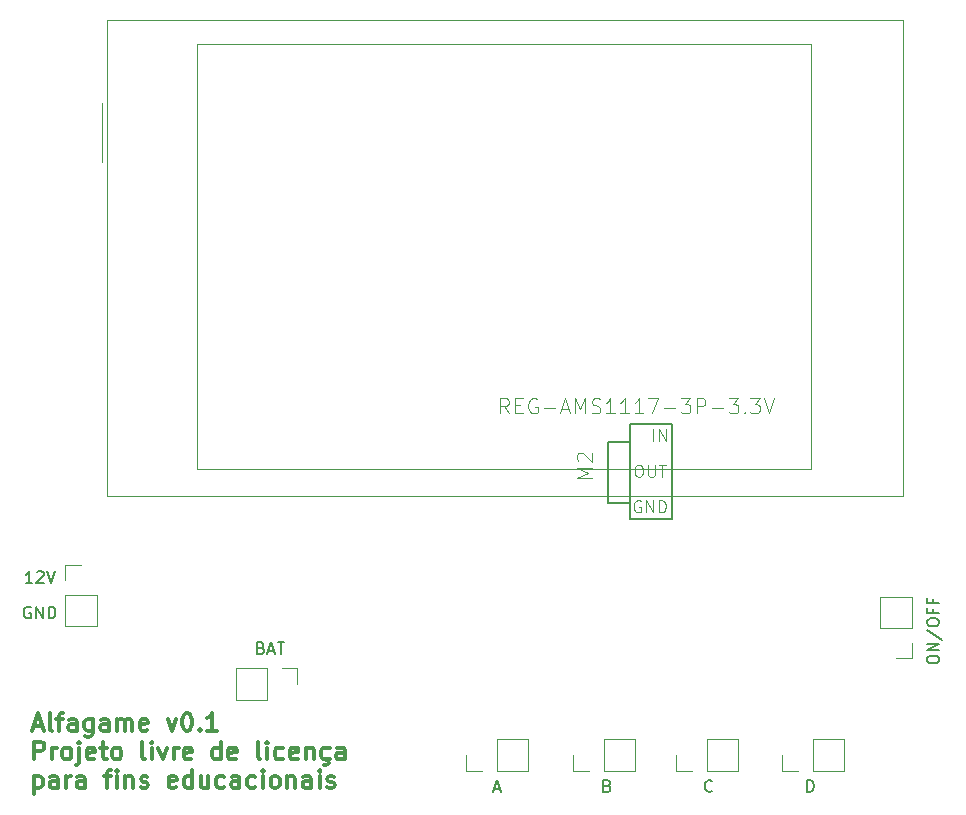
<source format=gbr>
%TF.GenerationSoftware,KiCad,Pcbnew,9.0.0*%
%TF.CreationDate,2025-04-01T19:23:25-03:00*%
%TF.ProjectId,ALFAGAME-v1,414c4641-4741-44d4-952d-76312e6b6963,rev?*%
%TF.SameCoordinates,Original*%
%TF.FileFunction,Legend,Top*%
%TF.FilePolarity,Positive*%
%FSLAX46Y46*%
G04 Gerber Fmt 4.6, Leading zero omitted, Abs format (unit mm)*
G04 Created by KiCad (PCBNEW 9.0.0) date 2025-04-01 19:23:25*
%MOMM*%
%LPD*%
G01*
G04 APERTURE LIST*
%ADD10C,0.150000*%
%ADD11C,0.300000*%
%ADD12C,0.101600*%
%ADD13C,0.076200*%
%ADD14C,0.120000*%
%ADD15C,0.127000*%
G04 APERTURE END LIST*
D10*
X165761904Y-82931009D02*
X165904761Y-82978628D01*
X165904761Y-82978628D02*
X165952380Y-83026247D01*
X165952380Y-83026247D02*
X165999999Y-83121485D01*
X165999999Y-83121485D02*
X165999999Y-83264342D01*
X165999999Y-83264342D02*
X165952380Y-83359580D01*
X165952380Y-83359580D02*
X165904761Y-83407200D01*
X165904761Y-83407200D02*
X165809523Y-83454819D01*
X165809523Y-83454819D02*
X165428571Y-83454819D01*
X165428571Y-83454819D02*
X165428571Y-82454819D01*
X165428571Y-82454819D02*
X165761904Y-82454819D01*
X165761904Y-82454819D02*
X165857142Y-82502438D01*
X165857142Y-82502438D02*
X165904761Y-82550057D01*
X165904761Y-82550057D02*
X165952380Y-82645295D01*
X165952380Y-82645295D02*
X165952380Y-82740533D01*
X165952380Y-82740533D02*
X165904761Y-82835771D01*
X165904761Y-82835771D02*
X165857142Y-82883390D01*
X165857142Y-82883390D02*
X165761904Y-82931009D01*
X165761904Y-82931009D02*
X165428571Y-82931009D01*
X166380952Y-83169104D02*
X166857142Y-83169104D01*
X166285714Y-83454819D02*
X166619047Y-82454819D01*
X166619047Y-82454819D02*
X166952380Y-83454819D01*
X167142857Y-82454819D02*
X167714285Y-82454819D01*
X167428571Y-83454819D02*
X167428571Y-82454819D01*
X222149847Y-84023809D02*
X222149847Y-83833333D01*
X222149847Y-83833333D02*
X222197466Y-83738095D01*
X222197466Y-83738095D02*
X222292704Y-83642857D01*
X222292704Y-83642857D02*
X222483180Y-83595238D01*
X222483180Y-83595238D02*
X222816513Y-83595238D01*
X222816513Y-83595238D02*
X223006989Y-83642857D01*
X223006989Y-83642857D02*
X223102228Y-83738095D01*
X223102228Y-83738095D02*
X223149847Y-83833333D01*
X223149847Y-83833333D02*
X223149847Y-84023809D01*
X223149847Y-84023809D02*
X223102228Y-84119047D01*
X223102228Y-84119047D02*
X223006989Y-84214285D01*
X223006989Y-84214285D02*
X222816513Y-84261904D01*
X222816513Y-84261904D02*
X222483180Y-84261904D01*
X222483180Y-84261904D02*
X222292704Y-84214285D01*
X222292704Y-84214285D02*
X222197466Y-84119047D01*
X222197466Y-84119047D02*
X222149847Y-84023809D01*
X223149847Y-83166666D02*
X222149847Y-83166666D01*
X222149847Y-83166666D02*
X223149847Y-82595238D01*
X223149847Y-82595238D02*
X222149847Y-82595238D01*
X222102228Y-81404762D02*
X223387942Y-82261904D01*
X222149847Y-80880952D02*
X222149847Y-80690476D01*
X222149847Y-80690476D02*
X222197466Y-80595238D01*
X222197466Y-80595238D02*
X222292704Y-80500000D01*
X222292704Y-80500000D02*
X222483180Y-80452381D01*
X222483180Y-80452381D02*
X222816513Y-80452381D01*
X222816513Y-80452381D02*
X223006989Y-80500000D01*
X223006989Y-80500000D02*
X223102228Y-80595238D01*
X223102228Y-80595238D02*
X223149847Y-80690476D01*
X223149847Y-80690476D02*
X223149847Y-80880952D01*
X223149847Y-80880952D02*
X223102228Y-80976190D01*
X223102228Y-80976190D02*
X223006989Y-81071428D01*
X223006989Y-81071428D02*
X222816513Y-81119047D01*
X222816513Y-81119047D02*
X222483180Y-81119047D01*
X222483180Y-81119047D02*
X222292704Y-81071428D01*
X222292704Y-81071428D02*
X222197466Y-80976190D01*
X222197466Y-80976190D02*
X222149847Y-80880952D01*
X222626037Y-79690476D02*
X222626037Y-80023809D01*
X223149847Y-80023809D02*
X222149847Y-80023809D01*
X222149847Y-80023809D02*
X222149847Y-79547619D01*
X222626037Y-78833333D02*
X222626037Y-79166666D01*
X223149847Y-79166666D02*
X222149847Y-79166666D01*
X222149847Y-79166666D02*
X222149847Y-78690476D01*
X146380952Y-77454819D02*
X145809524Y-77454819D01*
X146095238Y-77454819D02*
X146095238Y-76454819D01*
X146095238Y-76454819D02*
X146000000Y-76597676D01*
X146000000Y-76597676D02*
X145904762Y-76692914D01*
X145904762Y-76692914D02*
X145809524Y-76740533D01*
X146761905Y-76550057D02*
X146809524Y-76502438D01*
X146809524Y-76502438D02*
X146904762Y-76454819D01*
X146904762Y-76454819D02*
X147142857Y-76454819D01*
X147142857Y-76454819D02*
X147238095Y-76502438D01*
X147238095Y-76502438D02*
X147285714Y-76550057D01*
X147285714Y-76550057D02*
X147333333Y-76645295D01*
X147333333Y-76645295D02*
X147333333Y-76740533D01*
X147333333Y-76740533D02*
X147285714Y-76883390D01*
X147285714Y-76883390D02*
X146714286Y-77454819D01*
X146714286Y-77454819D02*
X147333333Y-77454819D01*
X147619048Y-76454819D02*
X147952381Y-77454819D01*
X147952381Y-77454819D02*
X148285714Y-76454819D01*
X185452377Y-94864132D02*
X185928567Y-94864132D01*
X185357139Y-95149847D02*
X185690472Y-94149847D01*
X185690472Y-94149847D02*
X186023805Y-95149847D01*
X195071427Y-94626037D02*
X195214284Y-94673656D01*
X195214284Y-94673656D02*
X195261903Y-94721275D01*
X195261903Y-94721275D02*
X195309522Y-94816513D01*
X195309522Y-94816513D02*
X195309522Y-94959370D01*
X195309522Y-94959370D02*
X195261903Y-95054608D01*
X195261903Y-95054608D02*
X195214284Y-95102228D01*
X195214284Y-95102228D02*
X195119046Y-95149847D01*
X195119046Y-95149847D02*
X194738094Y-95149847D01*
X194738094Y-95149847D02*
X194738094Y-94149847D01*
X194738094Y-94149847D02*
X195071427Y-94149847D01*
X195071427Y-94149847D02*
X195166665Y-94197466D01*
X195166665Y-94197466D02*
X195214284Y-94245085D01*
X195214284Y-94245085D02*
X195261903Y-94340323D01*
X195261903Y-94340323D02*
X195261903Y-94435561D01*
X195261903Y-94435561D02*
X195214284Y-94530799D01*
X195214284Y-94530799D02*
X195166665Y-94578418D01*
X195166665Y-94578418D02*
X195071427Y-94626037D01*
X195071427Y-94626037D02*
X194738094Y-94626037D01*
X203928572Y-95054608D02*
X203880953Y-95102228D01*
X203880953Y-95102228D02*
X203738096Y-95149847D01*
X203738096Y-95149847D02*
X203642858Y-95149847D01*
X203642858Y-95149847D02*
X203500001Y-95102228D01*
X203500001Y-95102228D02*
X203404763Y-95006989D01*
X203404763Y-95006989D02*
X203357144Y-94911751D01*
X203357144Y-94911751D02*
X203309525Y-94721275D01*
X203309525Y-94721275D02*
X203309525Y-94578418D01*
X203309525Y-94578418D02*
X203357144Y-94387942D01*
X203357144Y-94387942D02*
X203404763Y-94292704D01*
X203404763Y-94292704D02*
X203500001Y-94197466D01*
X203500001Y-94197466D02*
X203642858Y-94149847D01*
X203642858Y-94149847D02*
X203738096Y-94149847D01*
X203738096Y-94149847D02*
X203880953Y-94197466D01*
X203880953Y-94197466D02*
X203928572Y-94245085D01*
X211976194Y-95149847D02*
X211976194Y-94149847D01*
X211976194Y-94149847D02*
X212214289Y-94149847D01*
X212214289Y-94149847D02*
X212357146Y-94197466D01*
X212357146Y-94197466D02*
X212452384Y-94292704D01*
X212452384Y-94292704D02*
X212500003Y-94387942D01*
X212500003Y-94387942D02*
X212547622Y-94578418D01*
X212547622Y-94578418D02*
X212547622Y-94721275D01*
X212547622Y-94721275D02*
X212500003Y-94911751D01*
X212500003Y-94911751D02*
X212452384Y-95006989D01*
X212452384Y-95006989D02*
X212357146Y-95102228D01*
X212357146Y-95102228D02*
X212214289Y-95149847D01*
X212214289Y-95149847D02*
X211976194Y-95149847D01*
X146238095Y-79502438D02*
X146142857Y-79454819D01*
X146142857Y-79454819D02*
X146000000Y-79454819D01*
X146000000Y-79454819D02*
X145857143Y-79502438D01*
X145857143Y-79502438D02*
X145761905Y-79597676D01*
X145761905Y-79597676D02*
X145714286Y-79692914D01*
X145714286Y-79692914D02*
X145666667Y-79883390D01*
X145666667Y-79883390D02*
X145666667Y-80026247D01*
X145666667Y-80026247D02*
X145714286Y-80216723D01*
X145714286Y-80216723D02*
X145761905Y-80311961D01*
X145761905Y-80311961D02*
X145857143Y-80407200D01*
X145857143Y-80407200D02*
X146000000Y-80454819D01*
X146000000Y-80454819D02*
X146095238Y-80454819D01*
X146095238Y-80454819D02*
X146238095Y-80407200D01*
X146238095Y-80407200D02*
X146285714Y-80359580D01*
X146285714Y-80359580D02*
X146285714Y-80026247D01*
X146285714Y-80026247D02*
X146095238Y-80026247D01*
X146714286Y-80454819D02*
X146714286Y-79454819D01*
X146714286Y-79454819D02*
X147285714Y-80454819D01*
X147285714Y-80454819D02*
X147285714Y-79454819D01*
X147761905Y-80454819D02*
X147761905Y-79454819D01*
X147761905Y-79454819D02*
X148000000Y-79454819D01*
X148000000Y-79454819D02*
X148142857Y-79502438D01*
X148142857Y-79502438D02*
X148238095Y-79597676D01*
X148238095Y-79597676D02*
X148285714Y-79692914D01*
X148285714Y-79692914D02*
X148333333Y-79883390D01*
X148333333Y-79883390D02*
X148333333Y-80026247D01*
X148333333Y-80026247D02*
X148285714Y-80216723D01*
X148285714Y-80216723D02*
X148238095Y-80311961D01*
X148238095Y-80311961D02*
X148142857Y-80407200D01*
X148142857Y-80407200D02*
X148000000Y-80454819D01*
X148000000Y-80454819D02*
X147761905Y-80454819D01*
D11*
X146483082Y-89542425D02*
X147197368Y-89542425D01*
X146340225Y-89970996D02*
X146840225Y-88470996D01*
X146840225Y-88470996D02*
X147340225Y-89970996D01*
X148054510Y-89970996D02*
X147911653Y-89899568D01*
X147911653Y-89899568D02*
X147840224Y-89756710D01*
X147840224Y-89756710D02*
X147840224Y-88470996D01*
X148411653Y-88970996D02*
X148983081Y-88970996D01*
X148625938Y-89970996D02*
X148625938Y-88685282D01*
X148625938Y-88685282D02*
X148697367Y-88542425D01*
X148697367Y-88542425D02*
X148840224Y-88470996D01*
X148840224Y-88470996D02*
X148983081Y-88470996D01*
X150125939Y-89970996D02*
X150125939Y-89185282D01*
X150125939Y-89185282D02*
X150054510Y-89042425D01*
X150054510Y-89042425D02*
X149911653Y-88970996D01*
X149911653Y-88970996D02*
X149625939Y-88970996D01*
X149625939Y-88970996D02*
X149483081Y-89042425D01*
X150125939Y-89899568D02*
X149983081Y-89970996D01*
X149983081Y-89970996D02*
X149625939Y-89970996D01*
X149625939Y-89970996D02*
X149483081Y-89899568D01*
X149483081Y-89899568D02*
X149411653Y-89756710D01*
X149411653Y-89756710D02*
X149411653Y-89613853D01*
X149411653Y-89613853D02*
X149483081Y-89470996D01*
X149483081Y-89470996D02*
X149625939Y-89399568D01*
X149625939Y-89399568D02*
X149983081Y-89399568D01*
X149983081Y-89399568D02*
X150125939Y-89328139D01*
X151483082Y-88970996D02*
X151483082Y-90185282D01*
X151483082Y-90185282D02*
X151411653Y-90328139D01*
X151411653Y-90328139D02*
X151340224Y-90399568D01*
X151340224Y-90399568D02*
X151197367Y-90470996D01*
X151197367Y-90470996D02*
X150983082Y-90470996D01*
X150983082Y-90470996D02*
X150840224Y-90399568D01*
X151483082Y-89899568D02*
X151340224Y-89970996D01*
X151340224Y-89970996D02*
X151054510Y-89970996D01*
X151054510Y-89970996D02*
X150911653Y-89899568D01*
X150911653Y-89899568D02*
X150840224Y-89828139D01*
X150840224Y-89828139D02*
X150768796Y-89685282D01*
X150768796Y-89685282D02*
X150768796Y-89256710D01*
X150768796Y-89256710D02*
X150840224Y-89113853D01*
X150840224Y-89113853D02*
X150911653Y-89042425D01*
X150911653Y-89042425D02*
X151054510Y-88970996D01*
X151054510Y-88970996D02*
X151340224Y-88970996D01*
X151340224Y-88970996D02*
X151483082Y-89042425D01*
X152840225Y-89970996D02*
X152840225Y-89185282D01*
X152840225Y-89185282D02*
X152768796Y-89042425D01*
X152768796Y-89042425D02*
X152625939Y-88970996D01*
X152625939Y-88970996D02*
X152340225Y-88970996D01*
X152340225Y-88970996D02*
X152197367Y-89042425D01*
X152840225Y-89899568D02*
X152697367Y-89970996D01*
X152697367Y-89970996D02*
X152340225Y-89970996D01*
X152340225Y-89970996D02*
X152197367Y-89899568D01*
X152197367Y-89899568D02*
X152125939Y-89756710D01*
X152125939Y-89756710D02*
X152125939Y-89613853D01*
X152125939Y-89613853D02*
X152197367Y-89470996D01*
X152197367Y-89470996D02*
X152340225Y-89399568D01*
X152340225Y-89399568D02*
X152697367Y-89399568D01*
X152697367Y-89399568D02*
X152840225Y-89328139D01*
X153554510Y-89970996D02*
X153554510Y-88970996D01*
X153554510Y-89113853D02*
X153625939Y-89042425D01*
X153625939Y-89042425D02*
X153768796Y-88970996D01*
X153768796Y-88970996D02*
X153983082Y-88970996D01*
X153983082Y-88970996D02*
X154125939Y-89042425D01*
X154125939Y-89042425D02*
X154197368Y-89185282D01*
X154197368Y-89185282D02*
X154197368Y-89970996D01*
X154197368Y-89185282D02*
X154268796Y-89042425D01*
X154268796Y-89042425D02*
X154411653Y-88970996D01*
X154411653Y-88970996D02*
X154625939Y-88970996D01*
X154625939Y-88970996D02*
X154768796Y-89042425D01*
X154768796Y-89042425D02*
X154840225Y-89185282D01*
X154840225Y-89185282D02*
X154840225Y-89970996D01*
X156125939Y-89899568D02*
X155983082Y-89970996D01*
X155983082Y-89970996D02*
X155697368Y-89970996D01*
X155697368Y-89970996D02*
X155554510Y-89899568D01*
X155554510Y-89899568D02*
X155483082Y-89756710D01*
X155483082Y-89756710D02*
X155483082Y-89185282D01*
X155483082Y-89185282D02*
X155554510Y-89042425D01*
X155554510Y-89042425D02*
X155697368Y-88970996D01*
X155697368Y-88970996D02*
X155983082Y-88970996D01*
X155983082Y-88970996D02*
X156125939Y-89042425D01*
X156125939Y-89042425D02*
X156197368Y-89185282D01*
X156197368Y-89185282D02*
X156197368Y-89328139D01*
X156197368Y-89328139D02*
X155483082Y-89470996D01*
X157840224Y-88970996D02*
X158197367Y-89970996D01*
X158197367Y-89970996D02*
X158554510Y-88970996D01*
X159411653Y-88470996D02*
X159554510Y-88470996D01*
X159554510Y-88470996D02*
X159697367Y-88542425D01*
X159697367Y-88542425D02*
X159768796Y-88613853D01*
X159768796Y-88613853D02*
X159840224Y-88756710D01*
X159840224Y-88756710D02*
X159911653Y-89042425D01*
X159911653Y-89042425D02*
X159911653Y-89399568D01*
X159911653Y-89399568D02*
X159840224Y-89685282D01*
X159840224Y-89685282D02*
X159768796Y-89828139D01*
X159768796Y-89828139D02*
X159697367Y-89899568D01*
X159697367Y-89899568D02*
X159554510Y-89970996D01*
X159554510Y-89970996D02*
X159411653Y-89970996D01*
X159411653Y-89970996D02*
X159268796Y-89899568D01*
X159268796Y-89899568D02*
X159197367Y-89828139D01*
X159197367Y-89828139D02*
X159125938Y-89685282D01*
X159125938Y-89685282D02*
X159054510Y-89399568D01*
X159054510Y-89399568D02*
X159054510Y-89042425D01*
X159054510Y-89042425D02*
X159125938Y-88756710D01*
X159125938Y-88756710D02*
X159197367Y-88613853D01*
X159197367Y-88613853D02*
X159268796Y-88542425D01*
X159268796Y-88542425D02*
X159411653Y-88470996D01*
X160554509Y-89828139D02*
X160625938Y-89899568D01*
X160625938Y-89899568D02*
X160554509Y-89970996D01*
X160554509Y-89970996D02*
X160483081Y-89899568D01*
X160483081Y-89899568D02*
X160554509Y-89828139D01*
X160554509Y-89828139D02*
X160554509Y-89970996D01*
X162054510Y-89970996D02*
X161197367Y-89970996D01*
X161625938Y-89970996D02*
X161625938Y-88470996D01*
X161625938Y-88470996D02*
X161483081Y-88685282D01*
X161483081Y-88685282D02*
X161340224Y-88828139D01*
X161340224Y-88828139D02*
X161197367Y-88899568D01*
X146554510Y-92385912D02*
X146554510Y-90885912D01*
X146554510Y-90885912D02*
X147125939Y-90885912D01*
X147125939Y-90885912D02*
X147268796Y-90957341D01*
X147268796Y-90957341D02*
X147340225Y-91028769D01*
X147340225Y-91028769D02*
X147411653Y-91171626D01*
X147411653Y-91171626D02*
X147411653Y-91385912D01*
X147411653Y-91385912D02*
X147340225Y-91528769D01*
X147340225Y-91528769D02*
X147268796Y-91600198D01*
X147268796Y-91600198D02*
X147125939Y-91671626D01*
X147125939Y-91671626D02*
X146554510Y-91671626D01*
X148054510Y-92385912D02*
X148054510Y-91385912D01*
X148054510Y-91671626D02*
X148125939Y-91528769D01*
X148125939Y-91528769D02*
X148197368Y-91457341D01*
X148197368Y-91457341D02*
X148340225Y-91385912D01*
X148340225Y-91385912D02*
X148483082Y-91385912D01*
X149197367Y-92385912D02*
X149054510Y-92314484D01*
X149054510Y-92314484D02*
X148983081Y-92243055D01*
X148983081Y-92243055D02*
X148911653Y-92100198D01*
X148911653Y-92100198D02*
X148911653Y-91671626D01*
X148911653Y-91671626D02*
X148983081Y-91528769D01*
X148983081Y-91528769D02*
X149054510Y-91457341D01*
X149054510Y-91457341D02*
X149197367Y-91385912D01*
X149197367Y-91385912D02*
X149411653Y-91385912D01*
X149411653Y-91385912D02*
X149554510Y-91457341D01*
X149554510Y-91457341D02*
X149625939Y-91528769D01*
X149625939Y-91528769D02*
X149697367Y-91671626D01*
X149697367Y-91671626D02*
X149697367Y-92100198D01*
X149697367Y-92100198D02*
X149625939Y-92243055D01*
X149625939Y-92243055D02*
X149554510Y-92314484D01*
X149554510Y-92314484D02*
X149411653Y-92385912D01*
X149411653Y-92385912D02*
X149197367Y-92385912D01*
X150340224Y-91385912D02*
X150340224Y-92671626D01*
X150340224Y-92671626D02*
X150268796Y-92814484D01*
X150268796Y-92814484D02*
X150125939Y-92885912D01*
X150125939Y-92885912D02*
X150054510Y-92885912D01*
X150340224Y-90885912D02*
X150268796Y-90957341D01*
X150268796Y-90957341D02*
X150340224Y-91028769D01*
X150340224Y-91028769D02*
X150411653Y-90957341D01*
X150411653Y-90957341D02*
X150340224Y-90885912D01*
X150340224Y-90885912D02*
X150340224Y-91028769D01*
X151625939Y-92314484D02*
X151483082Y-92385912D01*
X151483082Y-92385912D02*
X151197368Y-92385912D01*
X151197368Y-92385912D02*
X151054510Y-92314484D01*
X151054510Y-92314484D02*
X150983082Y-92171626D01*
X150983082Y-92171626D02*
X150983082Y-91600198D01*
X150983082Y-91600198D02*
X151054510Y-91457341D01*
X151054510Y-91457341D02*
X151197368Y-91385912D01*
X151197368Y-91385912D02*
X151483082Y-91385912D01*
X151483082Y-91385912D02*
X151625939Y-91457341D01*
X151625939Y-91457341D02*
X151697368Y-91600198D01*
X151697368Y-91600198D02*
X151697368Y-91743055D01*
X151697368Y-91743055D02*
X150983082Y-91885912D01*
X152125939Y-91385912D02*
X152697367Y-91385912D01*
X152340224Y-90885912D02*
X152340224Y-92171626D01*
X152340224Y-92171626D02*
X152411653Y-92314484D01*
X152411653Y-92314484D02*
X152554510Y-92385912D01*
X152554510Y-92385912D02*
X152697367Y-92385912D01*
X153411653Y-92385912D02*
X153268796Y-92314484D01*
X153268796Y-92314484D02*
X153197367Y-92243055D01*
X153197367Y-92243055D02*
X153125939Y-92100198D01*
X153125939Y-92100198D02*
X153125939Y-91671626D01*
X153125939Y-91671626D02*
X153197367Y-91528769D01*
X153197367Y-91528769D02*
X153268796Y-91457341D01*
X153268796Y-91457341D02*
X153411653Y-91385912D01*
X153411653Y-91385912D02*
X153625939Y-91385912D01*
X153625939Y-91385912D02*
X153768796Y-91457341D01*
X153768796Y-91457341D02*
X153840225Y-91528769D01*
X153840225Y-91528769D02*
X153911653Y-91671626D01*
X153911653Y-91671626D02*
X153911653Y-92100198D01*
X153911653Y-92100198D02*
X153840225Y-92243055D01*
X153840225Y-92243055D02*
X153768796Y-92314484D01*
X153768796Y-92314484D02*
X153625939Y-92385912D01*
X153625939Y-92385912D02*
X153411653Y-92385912D01*
X155911653Y-92385912D02*
X155768796Y-92314484D01*
X155768796Y-92314484D02*
X155697367Y-92171626D01*
X155697367Y-92171626D02*
X155697367Y-90885912D01*
X156483081Y-92385912D02*
X156483081Y-91385912D01*
X156483081Y-90885912D02*
X156411653Y-90957341D01*
X156411653Y-90957341D02*
X156483081Y-91028769D01*
X156483081Y-91028769D02*
X156554510Y-90957341D01*
X156554510Y-90957341D02*
X156483081Y-90885912D01*
X156483081Y-90885912D02*
X156483081Y-91028769D01*
X157054510Y-91385912D02*
X157411653Y-92385912D01*
X157411653Y-92385912D02*
X157768796Y-91385912D01*
X158340224Y-92385912D02*
X158340224Y-91385912D01*
X158340224Y-91671626D02*
X158411653Y-91528769D01*
X158411653Y-91528769D02*
X158483082Y-91457341D01*
X158483082Y-91457341D02*
X158625939Y-91385912D01*
X158625939Y-91385912D02*
X158768796Y-91385912D01*
X159840224Y-92314484D02*
X159697367Y-92385912D01*
X159697367Y-92385912D02*
X159411653Y-92385912D01*
X159411653Y-92385912D02*
X159268795Y-92314484D01*
X159268795Y-92314484D02*
X159197367Y-92171626D01*
X159197367Y-92171626D02*
X159197367Y-91600198D01*
X159197367Y-91600198D02*
X159268795Y-91457341D01*
X159268795Y-91457341D02*
X159411653Y-91385912D01*
X159411653Y-91385912D02*
X159697367Y-91385912D01*
X159697367Y-91385912D02*
X159840224Y-91457341D01*
X159840224Y-91457341D02*
X159911653Y-91600198D01*
X159911653Y-91600198D02*
X159911653Y-91743055D01*
X159911653Y-91743055D02*
X159197367Y-91885912D01*
X162340224Y-92385912D02*
X162340224Y-90885912D01*
X162340224Y-92314484D02*
X162197366Y-92385912D01*
X162197366Y-92385912D02*
X161911652Y-92385912D01*
X161911652Y-92385912D02*
X161768795Y-92314484D01*
X161768795Y-92314484D02*
X161697366Y-92243055D01*
X161697366Y-92243055D02*
X161625938Y-92100198D01*
X161625938Y-92100198D02*
X161625938Y-91671626D01*
X161625938Y-91671626D02*
X161697366Y-91528769D01*
X161697366Y-91528769D02*
X161768795Y-91457341D01*
X161768795Y-91457341D02*
X161911652Y-91385912D01*
X161911652Y-91385912D02*
X162197366Y-91385912D01*
X162197366Y-91385912D02*
X162340224Y-91457341D01*
X163625938Y-92314484D02*
X163483081Y-92385912D01*
X163483081Y-92385912D02*
X163197367Y-92385912D01*
X163197367Y-92385912D02*
X163054509Y-92314484D01*
X163054509Y-92314484D02*
X162983081Y-92171626D01*
X162983081Y-92171626D02*
X162983081Y-91600198D01*
X162983081Y-91600198D02*
X163054509Y-91457341D01*
X163054509Y-91457341D02*
X163197367Y-91385912D01*
X163197367Y-91385912D02*
X163483081Y-91385912D01*
X163483081Y-91385912D02*
X163625938Y-91457341D01*
X163625938Y-91457341D02*
X163697367Y-91600198D01*
X163697367Y-91600198D02*
X163697367Y-91743055D01*
X163697367Y-91743055D02*
X162983081Y-91885912D01*
X165697366Y-92385912D02*
X165554509Y-92314484D01*
X165554509Y-92314484D02*
X165483080Y-92171626D01*
X165483080Y-92171626D02*
X165483080Y-90885912D01*
X166268794Y-92385912D02*
X166268794Y-91385912D01*
X166268794Y-90885912D02*
X166197366Y-90957341D01*
X166197366Y-90957341D02*
X166268794Y-91028769D01*
X166268794Y-91028769D02*
X166340223Y-90957341D01*
X166340223Y-90957341D02*
X166268794Y-90885912D01*
X166268794Y-90885912D02*
X166268794Y-91028769D01*
X167625938Y-92314484D02*
X167483080Y-92385912D01*
X167483080Y-92385912D02*
X167197366Y-92385912D01*
X167197366Y-92385912D02*
X167054509Y-92314484D01*
X167054509Y-92314484D02*
X166983080Y-92243055D01*
X166983080Y-92243055D02*
X166911652Y-92100198D01*
X166911652Y-92100198D02*
X166911652Y-91671626D01*
X166911652Y-91671626D02*
X166983080Y-91528769D01*
X166983080Y-91528769D02*
X167054509Y-91457341D01*
X167054509Y-91457341D02*
X167197366Y-91385912D01*
X167197366Y-91385912D02*
X167483080Y-91385912D01*
X167483080Y-91385912D02*
X167625938Y-91457341D01*
X168840223Y-92314484D02*
X168697366Y-92385912D01*
X168697366Y-92385912D02*
X168411652Y-92385912D01*
X168411652Y-92385912D02*
X168268794Y-92314484D01*
X168268794Y-92314484D02*
X168197366Y-92171626D01*
X168197366Y-92171626D02*
X168197366Y-91600198D01*
X168197366Y-91600198D02*
X168268794Y-91457341D01*
X168268794Y-91457341D02*
X168411652Y-91385912D01*
X168411652Y-91385912D02*
X168697366Y-91385912D01*
X168697366Y-91385912D02*
X168840223Y-91457341D01*
X168840223Y-91457341D02*
X168911652Y-91600198D01*
X168911652Y-91600198D02*
X168911652Y-91743055D01*
X168911652Y-91743055D02*
X168197366Y-91885912D01*
X169554508Y-91385912D02*
X169554508Y-92385912D01*
X169554508Y-91528769D02*
X169625937Y-91457341D01*
X169625937Y-91457341D02*
X169768794Y-91385912D01*
X169768794Y-91385912D02*
X169983080Y-91385912D01*
X169983080Y-91385912D02*
X170125937Y-91457341D01*
X170125937Y-91457341D02*
X170197366Y-91600198D01*
X170197366Y-91600198D02*
X170197366Y-92385912D01*
X171554509Y-92314484D02*
X171411651Y-92385912D01*
X171411651Y-92385912D02*
X171125937Y-92385912D01*
X171125937Y-92385912D02*
X170983080Y-92314484D01*
X170983080Y-92314484D02*
X170911651Y-92243055D01*
X170911651Y-92243055D02*
X170840223Y-92100198D01*
X170840223Y-92100198D02*
X170840223Y-91671626D01*
X170840223Y-91671626D02*
X170911651Y-91528769D01*
X170911651Y-91528769D02*
X170983080Y-91457341D01*
X170983080Y-91457341D02*
X171125937Y-91385912D01*
X171125937Y-91385912D02*
X171411651Y-91385912D01*
X171411651Y-91385912D02*
X171554509Y-91457341D01*
X171268794Y-92457341D02*
X171411651Y-92528769D01*
X171411651Y-92528769D02*
X171483080Y-92671626D01*
X171483080Y-92671626D02*
X171411651Y-92814484D01*
X171411651Y-92814484D02*
X171268794Y-92885912D01*
X171268794Y-92885912D02*
X171054509Y-92885912D01*
X172840223Y-92385912D02*
X172840223Y-91600198D01*
X172840223Y-91600198D02*
X172768794Y-91457341D01*
X172768794Y-91457341D02*
X172625937Y-91385912D01*
X172625937Y-91385912D02*
X172340223Y-91385912D01*
X172340223Y-91385912D02*
X172197365Y-91457341D01*
X172840223Y-92314484D02*
X172697365Y-92385912D01*
X172697365Y-92385912D02*
X172340223Y-92385912D01*
X172340223Y-92385912D02*
X172197365Y-92314484D01*
X172197365Y-92314484D02*
X172125937Y-92171626D01*
X172125937Y-92171626D02*
X172125937Y-92028769D01*
X172125937Y-92028769D02*
X172197365Y-91885912D01*
X172197365Y-91885912D02*
X172340223Y-91814484D01*
X172340223Y-91814484D02*
X172697365Y-91814484D01*
X172697365Y-91814484D02*
X172840223Y-91743055D01*
X146554510Y-93800828D02*
X146554510Y-95300828D01*
X146554510Y-93872257D02*
X146697368Y-93800828D01*
X146697368Y-93800828D02*
X146983082Y-93800828D01*
X146983082Y-93800828D02*
X147125939Y-93872257D01*
X147125939Y-93872257D02*
X147197368Y-93943685D01*
X147197368Y-93943685D02*
X147268796Y-94086542D01*
X147268796Y-94086542D02*
X147268796Y-94515114D01*
X147268796Y-94515114D02*
X147197368Y-94657971D01*
X147197368Y-94657971D02*
X147125939Y-94729400D01*
X147125939Y-94729400D02*
X146983082Y-94800828D01*
X146983082Y-94800828D02*
X146697368Y-94800828D01*
X146697368Y-94800828D02*
X146554510Y-94729400D01*
X148554511Y-94800828D02*
X148554511Y-94015114D01*
X148554511Y-94015114D02*
X148483082Y-93872257D01*
X148483082Y-93872257D02*
X148340225Y-93800828D01*
X148340225Y-93800828D02*
X148054511Y-93800828D01*
X148054511Y-93800828D02*
X147911653Y-93872257D01*
X148554511Y-94729400D02*
X148411653Y-94800828D01*
X148411653Y-94800828D02*
X148054511Y-94800828D01*
X148054511Y-94800828D02*
X147911653Y-94729400D01*
X147911653Y-94729400D02*
X147840225Y-94586542D01*
X147840225Y-94586542D02*
X147840225Y-94443685D01*
X147840225Y-94443685D02*
X147911653Y-94300828D01*
X147911653Y-94300828D02*
X148054511Y-94229400D01*
X148054511Y-94229400D02*
X148411653Y-94229400D01*
X148411653Y-94229400D02*
X148554511Y-94157971D01*
X149268796Y-94800828D02*
X149268796Y-93800828D01*
X149268796Y-94086542D02*
X149340225Y-93943685D01*
X149340225Y-93943685D02*
X149411654Y-93872257D01*
X149411654Y-93872257D02*
X149554511Y-93800828D01*
X149554511Y-93800828D02*
X149697368Y-93800828D01*
X150840225Y-94800828D02*
X150840225Y-94015114D01*
X150840225Y-94015114D02*
X150768796Y-93872257D01*
X150768796Y-93872257D02*
X150625939Y-93800828D01*
X150625939Y-93800828D02*
X150340225Y-93800828D01*
X150340225Y-93800828D02*
X150197367Y-93872257D01*
X150840225Y-94729400D02*
X150697367Y-94800828D01*
X150697367Y-94800828D02*
X150340225Y-94800828D01*
X150340225Y-94800828D02*
X150197367Y-94729400D01*
X150197367Y-94729400D02*
X150125939Y-94586542D01*
X150125939Y-94586542D02*
X150125939Y-94443685D01*
X150125939Y-94443685D02*
X150197367Y-94300828D01*
X150197367Y-94300828D02*
X150340225Y-94229400D01*
X150340225Y-94229400D02*
X150697367Y-94229400D01*
X150697367Y-94229400D02*
X150840225Y-94157971D01*
X152483082Y-93800828D02*
X153054510Y-93800828D01*
X152697367Y-94800828D02*
X152697367Y-93515114D01*
X152697367Y-93515114D02*
X152768796Y-93372257D01*
X152768796Y-93372257D02*
X152911653Y-93300828D01*
X152911653Y-93300828D02*
X153054510Y-93300828D01*
X153554510Y-94800828D02*
X153554510Y-93800828D01*
X153554510Y-93300828D02*
X153483082Y-93372257D01*
X153483082Y-93372257D02*
X153554510Y-93443685D01*
X153554510Y-93443685D02*
X153625939Y-93372257D01*
X153625939Y-93372257D02*
X153554510Y-93300828D01*
X153554510Y-93300828D02*
X153554510Y-93443685D01*
X154268796Y-93800828D02*
X154268796Y-94800828D01*
X154268796Y-93943685D02*
X154340225Y-93872257D01*
X154340225Y-93872257D02*
X154483082Y-93800828D01*
X154483082Y-93800828D02*
X154697368Y-93800828D01*
X154697368Y-93800828D02*
X154840225Y-93872257D01*
X154840225Y-93872257D02*
X154911654Y-94015114D01*
X154911654Y-94015114D02*
X154911654Y-94800828D01*
X155554511Y-94729400D02*
X155697368Y-94800828D01*
X155697368Y-94800828D02*
X155983082Y-94800828D01*
X155983082Y-94800828D02*
X156125939Y-94729400D01*
X156125939Y-94729400D02*
X156197368Y-94586542D01*
X156197368Y-94586542D02*
X156197368Y-94515114D01*
X156197368Y-94515114D02*
X156125939Y-94372257D01*
X156125939Y-94372257D02*
X155983082Y-94300828D01*
X155983082Y-94300828D02*
X155768797Y-94300828D01*
X155768797Y-94300828D02*
X155625939Y-94229400D01*
X155625939Y-94229400D02*
X155554511Y-94086542D01*
X155554511Y-94086542D02*
X155554511Y-94015114D01*
X155554511Y-94015114D02*
X155625939Y-93872257D01*
X155625939Y-93872257D02*
X155768797Y-93800828D01*
X155768797Y-93800828D02*
X155983082Y-93800828D01*
X155983082Y-93800828D02*
X156125939Y-93872257D01*
X158554511Y-94729400D02*
X158411654Y-94800828D01*
X158411654Y-94800828D02*
X158125940Y-94800828D01*
X158125940Y-94800828D02*
X157983082Y-94729400D01*
X157983082Y-94729400D02*
X157911654Y-94586542D01*
X157911654Y-94586542D02*
X157911654Y-94015114D01*
X157911654Y-94015114D02*
X157983082Y-93872257D01*
X157983082Y-93872257D02*
X158125940Y-93800828D01*
X158125940Y-93800828D02*
X158411654Y-93800828D01*
X158411654Y-93800828D02*
X158554511Y-93872257D01*
X158554511Y-93872257D02*
X158625940Y-94015114D01*
X158625940Y-94015114D02*
X158625940Y-94157971D01*
X158625940Y-94157971D02*
X157911654Y-94300828D01*
X159911654Y-94800828D02*
X159911654Y-93300828D01*
X159911654Y-94729400D02*
X159768796Y-94800828D01*
X159768796Y-94800828D02*
X159483082Y-94800828D01*
X159483082Y-94800828D02*
X159340225Y-94729400D01*
X159340225Y-94729400D02*
X159268796Y-94657971D01*
X159268796Y-94657971D02*
X159197368Y-94515114D01*
X159197368Y-94515114D02*
X159197368Y-94086542D01*
X159197368Y-94086542D02*
X159268796Y-93943685D01*
X159268796Y-93943685D02*
X159340225Y-93872257D01*
X159340225Y-93872257D02*
X159483082Y-93800828D01*
X159483082Y-93800828D02*
X159768796Y-93800828D01*
X159768796Y-93800828D02*
X159911654Y-93872257D01*
X161268797Y-93800828D02*
X161268797Y-94800828D01*
X160625939Y-93800828D02*
X160625939Y-94586542D01*
X160625939Y-94586542D02*
X160697368Y-94729400D01*
X160697368Y-94729400D02*
X160840225Y-94800828D01*
X160840225Y-94800828D02*
X161054511Y-94800828D01*
X161054511Y-94800828D02*
X161197368Y-94729400D01*
X161197368Y-94729400D02*
X161268797Y-94657971D01*
X162625940Y-94729400D02*
X162483082Y-94800828D01*
X162483082Y-94800828D02*
X162197368Y-94800828D01*
X162197368Y-94800828D02*
X162054511Y-94729400D01*
X162054511Y-94729400D02*
X161983082Y-94657971D01*
X161983082Y-94657971D02*
X161911654Y-94515114D01*
X161911654Y-94515114D02*
X161911654Y-94086542D01*
X161911654Y-94086542D02*
X161983082Y-93943685D01*
X161983082Y-93943685D02*
X162054511Y-93872257D01*
X162054511Y-93872257D02*
X162197368Y-93800828D01*
X162197368Y-93800828D02*
X162483082Y-93800828D01*
X162483082Y-93800828D02*
X162625940Y-93872257D01*
X163911654Y-94800828D02*
X163911654Y-94015114D01*
X163911654Y-94015114D02*
X163840225Y-93872257D01*
X163840225Y-93872257D02*
X163697368Y-93800828D01*
X163697368Y-93800828D02*
X163411654Y-93800828D01*
X163411654Y-93800828D02*
X163268796Y-93872257D01*
X163911654Y-94729400D02*
X163768796Y-94800828D01*
X163768796Y-94800828D02*
X163411654Y-94800828D01*
X163411654Y-94800828D02*
X163268796Y-94729400D01*
X163268796Y-94729400D02*
X163197368Y-94586542D01*
X163197368Y-94586542D02*
X163197368Y-94443685D01*
X163197368Y-94443685D02*
X163268796Y-94300828D01*
X163268796Y-94300828D02*
X163411654Y-94229400D01*
X163411654Y-94229400D02*
X163768796Y-94229400D01*
X163768796Y-94229400D02*
X163911654Y-94157971D01*
X165268797Y-94729400D02*
X165125939Y-94800828D01*
X165125939Y-94800828D02*
X164840225Y-94800828D01*
X164840225Y-94800828D02*
X164697368Y-94729400D01*
X164697368Y-94729400D02*
X164625939Y-94657971D01*
X164625939Y-94657971D02*
X164554511Y-94515114D01*
X164554511Y-94515114D02*
X164554511Y-94086542D01*
X164554511Y-94086542D02*
X164625939Y-93943685D01*
X164625939Y-93943685D02*
X164697368Y-93872257D01*
X164697368Y-93872257D02*
X164840225Y-93800828D01*
X164840225Y-93800828D02*
X165125939Y-93800828D01*
X165125939Y-93800828D02*
X165268797Y-93872257D01*
X165911653Y-94800828D02*
X165911653Y-93800828D01*
X165911653Y-93300828D02*
X165840225Y-93372257D01*
X165840225Y-93372257D02*
X165911653Y-93443685D01*
X165911653Y-93443685D02*
X165983082Y-93372257D01*
X165983082Y-93372257D02*
X165911653Y-93300828D01*
X165911653Y-93300828D02*
X165911653Y-93443685D01*
X166840225Y-94800828D02*
X166697368Y-94729400D01*
X166697368Y-94729400D02*
X166625939Y-94657971D01*
X166625939Y-94657971D02*
X166554511Y-94515114D01*
X166554511Y-94515114D02*
X166554511Y-94086542D01*
X166554511Y-94086542D02*
X166625939Y-93943685D01*
X166625939Y-93943685D02*
X166697368Y-93872257D01*
X166697368Y-93872257D02*
X166840225Y-93800828D01*
X166840225Y-93800828D02*
X167054511Y-93800828D01*
X167054511Y-93800828D02*
X167197368Y-93872257D01*
X167197368Y-93872257D02*
X167268797Y-93943685D01*
X167268797Y-93943685D02*
X167340225Y-94086542D01*
X167340225Y-94086542D02*
X167340225Y-94515114D01*
X167340225Y-94515114D02*
X167268797Y-94657971D01*
X167268797Y-94657971D02*
X167197368Y-94729400D01*
X167197368Y-94729400D02*
X167054511Y-94800828D01*
X167054511Y-94800828D02*
X166840225Y-94800828D01*
X167983082Y-93800828D02*
X167983082Y-94800828D01*
X167983082Y-93943685D02*
X168054511Y-93872257D01*
X168054511Y-93872257D02*
X168197368Y-93800828D01*
X168197368Y-93800828D02*
X168411654Y-93800828D01*
X168411654Y-93800828D02*
X168554511Y-93872257D01*
X168554511Y-93872257D02*
X168625940Y-94015114D01*
X168625940Y-94015114D02*
X168625940Y-94800828D01*
X169983083Y-94800828D02*
X169983083Y-94015114D01*
X169983083Y-94015114D02*
X169911654Y-93872257D01*
X169911654Y-93872257D02*
X169768797Y-93800828D01*
X169768797Y-93800828D02*
X169483083Y-93800828D01*
X169483083Y-93800828D02*
X169340225Y-93872257D01*
X169983083Y-94729400D02*
X169840225Y-94800828D01*
X169840225Y-94800828D02*
X169483083Y-94800828D01*
X169483083Y-94800828D02*
X169340225Y-94729400D01*
X169340225Y-94729400D02*
X169268797Y-94586542D01*
X169268797Y-94586542D02*
X169268797Y-94443685D01*
X169268797Y-94443685D02*
X169340225Y-94300828D01*
X169340225Y-94300828D02*
X169483083Y-94229400D01*
X169483083Y-94229400D02*
X169840225Y-94229400D01*
X169840225Y-94229400D02*
X169983083Y-94157971D01*
X170697368Y-94800828D02*
X170697368Y-93800828D01*
X170697368Y-93300828D02*
X170625940Y-93372257D01*
X170625940Y-93372257D02*
X170697368Y-93443685D01*
X170697368Y-93443685D02*
X170768797Y-93372257D01*
X170768797Y-93372257D02*
X170697368Y-93300828D01*
X170697368Y-93300828D02*
X170697368Y-93443685D01*
X171340226Y-94729400D02*
X171483083Y-94800828D01*
X171483083Y-94800828D02*
X171768797Y-94800828D01*
X171768797Y-94800828D02*
X171911654Y-94729400D01*
X171911654Y-94729400D02*
X171983083Y-94586542D01*
X171983083Y-94586542D02*
X171983083Y-94515114D01*
X171983083Y-94515114D02*
X171911654Y-94372257D01*
X171911654Y-94372257D02*
X171768797Y-94300828D01*
X171768797Y-94300828D02*
X171554512Y-94300828D01*
X171554512Y-94300828D02*
X171411654Y-94229400D01*
X171411654Y-94229400D02*
X171340226Y-94086542D01*
X171340226Y-94086542D02*
X171340226Y-94015114D01*
X171340226Y-94015114D02*
X171411654Y-93872257D01*
X171411654Y-93872257D02*
X171554512Y-93800828D01*
X171554512Y-93800828D02*
X171768797Y-93800828D01*
X171768797Y-93800828D02*
X171911654Y-93872257D01*
D12*
X193772242Y-68528095D02*
X192502242Y-68528095D01*
X192502242Y-68528095D02*
X193409385Y-68104761D01*
X193409385Y-68104761D02*
X192502242Y-67681428D01*
X192502242Y-67681428D02*
X193772242Y-67681428D01*
X192623194Y-67137142D02*
X192562718Y-67076666D01*
X192562718Y-67076666D02*
X192502242Y-66955713D01*
X192502242Y-66955713D02*
X192502242Y-66653332D01*
X192502242Y-66653332D02*
X192562718Y-66532380D01*
X192562718Y-66532380D02*
X192623194Y-66471904D01*
X192623194Y-66471904D02*
X192744146Y-66411427D01*
X192744146Y-66411427D02*
X192865099Y-66411427D01*
X192865099Y-66411427D02*
X193046527Y-66471904D01*
X193046527Y-66471904D02*
X193772242Y-67197618D01*
X193772242Y-67197618D02*
X193772242Y-66411427D01*
X186735237Y-63082242D02*
X186311903Y-62477480D01*
X186009522Y-63082242D02*
X186009522Y-61812242D01*
X186009522Y-61812242D02*
X186493332Y-61812242D01*
X186493332Y-61812242D02*
X186614284Y-61872718D01*
X186614284Y-61872718D02*
X186674761Y-61933194D01*
X186674761Y-61933194D02*
X186735237Y-62054146D01*
X186735237Y-62054146D02*
X186735237Y-62235575D01*
X186735237Y-62235575D02*
X186674761Y-62356527D01*
X186674761Y-62356527D02*
X186614284Y-62417004D01*
X186614284Y-62417004D02*
X186493332Y-62477480D01*
X186493332Y-62477480D02*
X186009522Y-62477480D01*
X187279522Y-62417004D02*
X187702856Y-62417004D01*
X187884284Y-63082242D02*
X187279522Y-63082242D01*
X187279522Y-63082242D02*
X187279522Y-61812242D01*
X187279522Y-61812242D02*
X187884284Y-61812242D01*
X189093809Y-61872718D02*
X188972856Y-61812242D01*
X188972856Y-61812242D02*
X188791428Y-61812242D01*
X188791428Y-61812242D02*
X188609999Y-61872718D01*
X188609999Y-61872718D02*
X188489047Y-61993670D01*
X188489047Y-61993670D02*
X188428570Y-62114623D01*
X188428570Y-62114623D02*
X188368094Y-62356527D01*
X188368094Y-62356527D02*
X188368094Y-62537956D01*
X188368094Y-62537956D02*
X188428570Y-62779861D01*
X188428570Y-62779861D02*
X188489047Y-62900813D01*
X188489047Y-62900813D02*
X188609999Y-63021766D01*
X188609999Y-63021766D02*
X188791428Y-63082242D01*
X188791428Y-63082242D02*
X188912380Y-63082242D01*
X188912380Y-63082242D02*
X189093809Y-63021766D01*
X189093809Y-63021766D02*
X189154285Y-62961289D01*
X189154285Y-62961289D02*
X189154285Y-62537956D01*
X189154285Y-62537956D02*
X188912380Y-62537956D01*
X189698570Y-62598432D02*
X190666190Y-62598432D01*
X191210475Y-62719385D02*
X191815237Y-62719385D01*
X191089523Y-63082242D02*
X191512856Y-61812242D01*
X191512856Y-61812242D02*
X191936190Y-63082242D01*
X192359522Y-63082242D02*
X192359522Y-61812242D01*
X192359522Y-61812242D02*
X192782856Y-62719385D01*
X192782856Y-62719385D02*
X193206189Y-61812242D01*
X193206189Y-61812242D02*
X193206189Y-63082242D01*
X193750475Y-63021766D02*
X193931904Y-63082242D01*
X193931904Y-63082242D02*
X194234285Y-63082242D01*
X194234285Y-63082242D02*
X194355237Y-63021766D01*
X194355237Y-63021766D02*
X194415713Y-62961289D01*
X194415713Y-62961289D02*
X194476190Y-62840337D01*
X194476190Y-62840337D02*
X194476190Y-62719385D01*
X194476190Y-62719385D02*
X194415713Y-62598432D01*
X194415713Y-62598432D02*
X194355237Y-62537956D01*
X194355237Y-62537956D02*
X194234285Y-62477480D01*
X194234285Y-62477480D02*
X193992380Y-62417004D01*
X193992380Y-62417004D02*
X193871428Y-62356527D01*
X193871428Y-62356527D02*
X193810951Y-62296051D01*
X193810951Y-62296051D02*
X193750475Y-62175099D01*
X193750475Y-62175099D02*
X193750475Y-62054146D01*
X193750475Y-62054146D02*
X193810951Y-61933194D01*
X193810951Y-61933194D02*
X193871428Y-61872718D01*
X193871428Y-61872718D02*
X193992380Y-61812242D01*
X193992380Y-61812242D02*
X194294761Y-61812242D01*
X194294761Y-61812242D02*
X194476190Y-61872718D01*
X195685714Y-63082242D02*
X194959999Y-63082242D01*
X195322856Y-63082242D02*
X195322856Y-61812242D01*
X195322856Y-61812242D02*
X195201904Y-61993670D01*
X195201904Y-61993670D02*
X195080952Y-62114623D01*
X195080952Y-62114623D02*
X194959999Y-62175099D01*
X196895238Y-63082242D02*
X196169523Y-63082242D01*
X196532380Y-63082242D02*
X196532380Y-61812242D01*
X196532380Y-61812242D02*
X196411428Y-61993670D01*
X196411428Y-61993670D02*
X196290476Y-62114623D01*
X196290476Y-62114623D02*
X196169523Y-62175099D01*
X198104762Y-63082242D02*
X197379047Y-63082242D01*
X197741904Y-63082242D02*
X197741904Y-61812242D01*
X197741904Y-61812242D02*
X197620952Y-61993670D01*
X197620952Y-61993670D02*
X197500000Y-62114623D01*
X197500000Y-62114623D02*
X197379047Y-62175099D01*
X198528095Y-61812242D02*
X199374762Y-61812242D01*
X199374762Y-61812242D02*
X198830476Y-63082242D01*
X199858571Y-62598432D02*
X200826191Y-62598432D01*
X201310000Y-61812242D02*
X202096191Y-61812242D01*
X202096191Y-61812242D02*
X201672857Y-62296051D01*
X201672857Y-62296051D02*
X201854286Y-62296051D01*
X201854286Y-62296051D02*
X201975238Y-62356527D01*
X201975238Y-62356527D02*
X202035714Y-62417004D01*
X202035714Y-62417004D02*
X202096191Y-62537956D01*
X202096191Y-62537956D02*
X202096191Y-62840337D01*
X202096191Y-62840337D02*
X202035714Y-62961289D01*
X202035714Y-62961289D02*
X201975238Y-63021766D01*
X201975238Y-63021766D02*
X201854286Y-63082242D01*
X201854286Y-63082242D02*
X201491429Y-63082242D01*
X201491429Y-63082242D02*
X201370476Y-63021766D01*
X201370476Y-63021766D02*
X201310000Y-62961289D01*
X202640476Y-63082242D02*
X202640476Y-61812242D01*
X202640476Y-61812242D02*
X203124286Y-61812242D01*
X203124286Y-61812242D02*
X203245238Y-61872718D01*
X203245238Y-61872718D02*
X203305715Y-61933194D01*
X203305715Y-61933194D02*
X203366191Y-62054146D01*
X203366191Y-62054146D02*
X203366191Y-62235575D01*
X203366191Y-62235575D02*
X203305715Y-62356527D01*
X203305715Y-62356527D02*
X203245238Y-62417004D01*
X203245238Y-62417004D02*
X203124286Y-62477480D01*
X203124286Y-62477480D02*
X202640476Y-62477480D01*
X203910476Y-62598432D02*
X204878096Y-62598432D01*
X205361905Y-61812242D02*
X206148096Y-61812242D01*
X206148096Y-61812242D02*
X205724762Y-62296051D01*
X205724762Y-62296051D02*
X205906191Y-62296051D01*
X205906191Y-62296051D02*
X206027143Y-62356527D01*
X206027143Y-62356527D02*
X206087619Y-62417004D01*
X206087619Y-62417004D02*
X206148096Y-62537956D01*
X206148096Y-62537956D02*
X206148096Y-62840337D01*
X206148096Y-62840337D02*
X206087619Y-62961289D01*
X206087619Y-62961289D02*
X206027143Y-63021766D01*
X206027143Y-63021766D02*
X205906191Y-63082242D01*
X205906191Y-63082242D02*
X205543334Y-63082242D01*
X205543334Y-63082242D02*
X205422381Y-63021766D01*
X205422381Y-63021766D02*
X205361905Y-62961289D01*
X206692381Y-62961289D02*
X206752858Y-63021766D01*
X206752858Y-63021766D02*
X206692381Y-63082242D01*
X206692381Y-63082242D02*
X206631905Y-63021766D01*
X206631905Y-63021766D02*
X206692381Y-62961289D01*
X206692381Y-62961289D02*
X206692381Y-63082242D01*
X207176191Y-61812242D02*
X207962382Y-61812242D01*
X207962382Y-61812242D02*
X207539048Y-62296051D01*
X207539048Y-62296051D02*
X207720477Y-62296051D01*
X207720477Y-62296051D02*
X207841429Y-62356527D01*
X207841429Y-62356527D02*
X207901905Y-62417004D01*
X207901905Y-62417004D02*
X207962382Y-62537956D01*
X207962382Y-62537956D02*
X207962382Y-62840337D01*
X207962382Y-62840337D02*
X207901905Y-62961289D01*
X207901905Y-62961289D02*
X207841429Y-63021766D01*
X207841429Y-63021766D02*
X207720477Y-63082242D01*
X207720477Y-63082242D02*
X207357620Y-63082242D01*
X207357620Y-63082242D02*
X207236667Y-63021766D01*
X207236667Y-63021766D02*
X207176191Y-62961289D01*
X208325239Y-61812242D02*
X208748572Y-63082242D01*
X208748572Y-63082242D02*
X209171906Y-61812242D01*
D13*
X197876905Y-70498438D02*
X197780143Y-70450057D01*
X197780143Y-70450057D02*
X197635000Y-70450057D01*
X197635000Y-70450057D02*
X197489857Y-70498438D01*
X197489857Y-70498438D02*
X197393095Y-70595200D01*
X197393095Y-70595200D02*
X197344714Y-70691962D01*
X197344714Y-70691962D02*
X197296333Y-70885486D01*
X197296333Y-70885486D02*
X197296333Y-71030629D01*
X197296333Y-71030629D02*
X197344714Y-71224153D01*
X197344714Y-71224153D02*
X197393095Y-71320915D01*
X197393095Y-71320915D02*
X197489857Y-71417677D01*
X197489857Y-71417677D02*
X197635000Y-71466057D01*
X197635000Y-71466057D02*
X197731762Y-71466057D01*
X197731762Y-71466057D02*
X197876905Y-71417677D01*
X197876905Y-71417677D02*
X197925286Y-71369296D01*
X197925286Y-71369296D02*
X197925286Y-71030629D01*
X197925286Y-71030629D02*
X197731762Y-71030629D01*
X198360714Y-71466057D02*
X198360714Y-70450057D01*
X198360714Y-70450057D02*
X198941286Y-71466057D01*
X198941286Y-71466057D02*
X198941286Y-70450057D01*
X199425095Y-71466057D02*
X199425095Y-70450057D01*
X199425095Y-70450057D02*
X199667000Y-70450057D01*
X199667000Y-70450057D02*
X199812143Y-70498438D01*
X199812143Y-70498438D02*
X199908905Y-70595200D01*
X199908905Y-70595200D02*
X199957286Y-70691962D01*
X199957286Y-70691962D02*
X200005667Y-70885486D01*
X200005667Y-70885486D02*
X200005667Y-71030629D01*
X200005667Y-71030629D02*
X199957286Y-71224153D01*
X199957286Y-71224153D02*
X199908905Y-71320915D01*
X199908905Y-71320915D02*
X199812143Y-71417677D01*
X199812143Y-71417677D02*
X199667000Y-71466057D01*
X199667000Y-71466057D02*
X199425095Y-71466057D01*
X198967809Y-65466057D02*
X198967809Y-64450057D01*
X199451619Y-65466057D02*
X199451619Y-64450057D01*
X199451619Y-64450057D02*
X200032191Y-65466057D01*
X200032191Y-65466057D02*
X200032191Y-64450057D01*
X197635000Y-67450057D02*
X197828524Y-67450057D01*
X197828524Y-67450057D02*
X197925286Y-67498438D01*
X197925286Y-67498438D02*
X198022048Y-67595200D01*
X198022048Y-67595200D02*
X198070429Y-67788724D01*
X198070429Y-67788724D02*
X198070429Y-68127391D01*
X198070429Y-68127391D02*
X198022048Y-68320915D01*
X198022048Y-68320915D02*
X197925286Y-68417677D01*
X197925286Y-68417677D02*
X197828524Y-68466057D01*
X197828524Y-68466057D02*
X197635000Y-68466057D01*
X197635000Y-68466057D02*
X197538238Y-68417677D01*
X197538238Y-68417677D02*
X197441476Y-68320915D01*
X197441476Y-68320915D02*
X197393095Y-68127391D01*
X197393095Y-68127391D02*
X197393095Y-67788724D01*
X197393095Y-67788724D02*
X197441476Y-67595200D01*
X197441476Y-67595200D02*
X197538238Y-67498438D01*
X197538238Y-67498438D02*
X197635000Y-67450057D01*
X198505857Y-67450057D02*
X198505857Y-68272534D01*
X198505857Y-68272534D02*
X198554238Y-68369296D01*
X198554238Y-68369296D02*
X198602619Y-68417677D01*
X198602619Y-68417677D02*
X198699381Y-68466057D01*
X198699381Y-68466057D02*
X198892905Y-68466057D01*
X198892905Y-68466057D02*
X198989667Y-68417677D01*
X198989667Y-68417677D02*
X199038048Y-68369296D01*
X199038048Y-68369296D02*
X199086429Y-68272534D01*
X199086429Y-68272534D02*
X199086429Y-67450057D01*
X199425095Y-67450057D02*
X200005667Y-67450057D01*
X199715381Y-68466057D02*
X199715381Y-67450057D01*
D14*
%TO.C,J6*%
X209895000Y-93330000D02*
X209895000Y-92000000D01*
X211225000Y-93330000D02*
X209895000Y-93330000D01*
X212495000Y-90670000D02*
X215095000Y-90670000D01*
X212495000Y-93330000D02*
X212495000Y-90670000D01*
X212495000Y-93330000D02*
X215095000Y-93330000D01*
X215095000Y-93330000D02*
X215095000Y-90670000D01*
%TO.C,DISPLAY2.8"1*%
X152300000Y-36790000D02*
X152300000Y-41790000D01*
X152680000Y-29780000D02*
X220120000Y-29780000D01*
X152680000Y-70120000D02*
X152680000Y-29780000D01*
X160300000Y-31790000D02*
X212300000Y-31790000D01*
X160300000Y-67790000D02*
X160300000Y-31790000D01*
X212300000Y-31790000D02*
X212300000Y-67790000D01*
X212300000Y-67790000D02*
X160300000Y-67790000D01*
X220120000Y-29780000D02*
X220120000Y-70120000D01*
X220120000Y-70120000D02*
X152680000Y-70120000D01*
%TO.C,BAT1*%
X163630000Y-84670000D02*
X163630000Y-87330000D01*
X166230000Y-84670000D02*
X163630000Y-84670000D01*
X166230000Y-84670000D02*
X166230000Y-87330000D01*
X166230000Y-87330000D02*
X163630000Y-87330000D01*
X167500000Y-84670000D02*
X168830000Y-84670000D01*
X168830000Y-84670000D02*
X168830000Y-86000000D01*
%TO.C,J2*%
X183130000Y-93330000D02*
X183130000Y-92000000D01*
X184460000Y-93330000D02*
X183130000Y-93330000D01*
X185730000Y-90670000D02*
X188330000Y-90670000D01*
X185730000Y-93330000D02*
X185730000Y-90670000D01*
X185730000Y-93330000D02*
X188330000Y-93330000D01*
X188330000Y-93330000D02*
X188330000Y-90670000D01*
%TO.C,J4*%
X192170000Y-93330000D02*
X192170000Y-92000000D01*
X193500000Y-93330000D02*
X192170000Y-93330000D01*
X194770000Y-90670000D02*
X197370000Y-90670000D01*
X194770000Y-93330000D02*
X194770000Y-90670000D01*
X194770000Y-93330000D02*
X197370000Y-93330000D01*
X197370000Y-93330000D02*
X197370000Y-90670000D01*
%TO.C,J5*%
X200895000Y-93330000D02*
X200895000Y-92000000D01*
X202225000Y-93330000D02*
X200895000Y-93330000D01*
X203495000Y-90670000D02*
X206095000Y-90670000D01*
X203495000Y-93330000D02*
X203495000Y-90670000D01*
X203495000Y-93330000D02*
X206095000Y-93330000D01*
X206095000Y-93330000D02*
X206095000Y-90670000D01*
%TO.C,J3*%
X149170000Y-75895000D02*
X150500000Y-75895000D01*
X149170000Y-77225000D02*
X149170000Y-75895000D01*
X149170000Y-78495000D02*
X149170000Y-81095000D01*
X149170000Y-78495000D02*
X151830000Y-78495000D01*
X149170000Y-81095000D02*
X151830000Y-81095000D01*
X151830000Y-78495000D02*
X151830000Y-81095000D01*
D15*
%TO.C,M2*%
X195095000Y-65500000D02*
X195095000Y-70675000D01*
X195095000Y-70675000D02*
X197000000Y-70675000D01*
X197000000Y-64000000D02*
X200500000Y-64000000D01*
X197000000Y-64325000D02*
X197000000Y-64000000D01*
X197000000Y-65500000D02*
X195095000Y-65500000D01*
X197000000Y-70675000D02*
X197000000Y-64325000D01*
X197000000Y-71945000D02*
X197000000Y-70675000D01*
X198016000Y-72000000D02*
X197000000Y-72000000D01*
X200556000Y-64000000D02*
X200556000Y-64579000D01*
X200556000Y-64579000D02*
X200556000Y-65341000D01*
X200556000Y-65341000D02*
X200556000Y-67119000D01*
X200556000Y-67119000D02*
X200556000Y-67881000D01*
X200556000Y-67881000D02*
X200556000Y-69659000D01*
X200556000Y-69659000D02*
X200556000Y-70421000D01*
X200556000Y-70421000D02*
X200556000Y-72000000D01*
X200556000Y-72000000D02*
X198016000Y-72000000D01*
D14*
%TO.C,SW1*%
X218170000Y-81230000D02*
X218170000Y-78630000D01*
X220830000Y-78630000D02*
X218170000Y-78630000D01*
X220830000Y-81230000D02*
X218170000Y-81230000D01*
X220830000Y-81230000D02*
X220830000Y-78630000D01*
X220830000Y-82500000D02*
X220830000Y-83830000D01*
X220830000Y-83830000D02*
X219500000Y-83830000D01*
%TD*%
M02*

</source>
